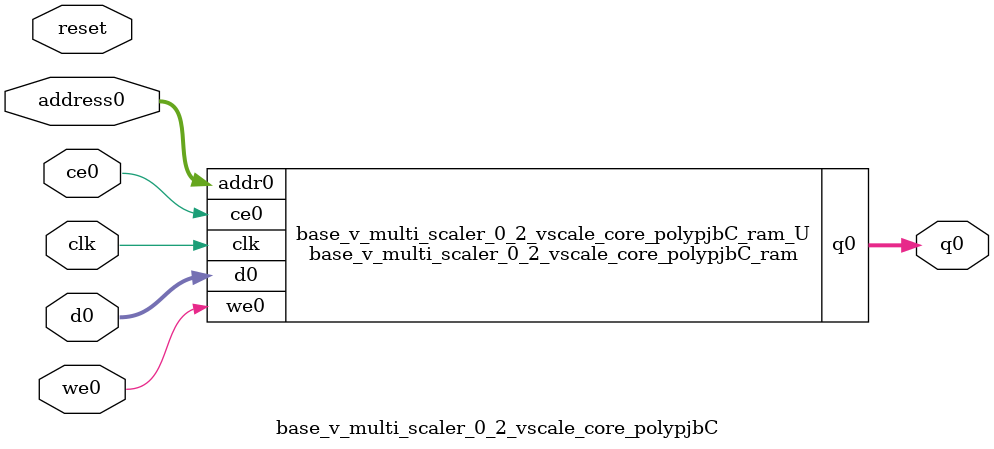
<source format=v>
`timescale 1 ns / 1 ps
module base_v_multi_scaler_0_2_vscale_core_polypjbC_ram (addr0, ce0, d0, we0, q0,  clk);

parameter DWIDTH = 16;
parameter AWIDTH = 6;
parameter MEM_SIZE = 64;

input[AWIDTH-1:0] addr0;
input ce0;
input[DWIDTH-1:0] d0;
input we0;
output reg[DWIDTH-1:0] q0;
input clk;

(* ram_style = "distributed" *)reg [DWIDTH-1:0] ram[0:MEM_SIZE-1];




always @(posedge clk)  
begin 
    if (ce0) begin
        if (we0) 
            ram[addr0] <= d0; 
        q0 <= ram[addr0];
    end
end


endmodule

`timescale 1 ns / 1 ps
module base_v_multi_scaler_0_2_vscale_core_polypjbC(
    reset,
    clk,
    address0,
    ce0,
    we0,
    d0,
    q0);

parameter DataWidth = 32'd16;
parameter AddressRange = 32'd64;
parameter AddressWidth = 32'd6;
input reset;
input clk;
input[AddressWidth - 1:0] address0;
input ce0;
input we0;
input[DataWidth - 1:0] d0;
output[DataWidth - 1:0] q0;



base_v_multi_scaler_0_2_vscale_core_polypjbC_ram base_v_multi_scaler_0_2_vscale_core_polypjbC_ram_U(
    .clk( clk ),
    .addr0( address0 ),
    .ce0( ce0 ),
    .we0( we0 ),
    .d0( d0 ),
    .q0( q0 ));

endmodule


</source>
